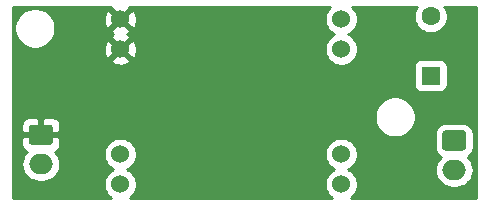
<source format=gbr>
G04 #@! TF.GenerationSoftware,KiCad,Pcbnew,5.1.5-52549c5~84~ubuntu18.04.1*
G04 #@! TF.CreationDate,2020-02-24T15:44:40+01:00*
G04 #@! TF.ProjectId,osat_dcdc_board,6f736174-5f64-4636-9463-5f626f617264,rev?*
G04 #@! TF.SameCoordinates,Original*
G04 #@! TF.FileFunction,Copper,L1,Top*
G04 #@! TF.FilePolarity,Positive*
%FSLAX46Y46*%
G04 Gerber Fmt 4.6, Leading zero omitted, Abs format (unit mm)*
G04 Created by KiCad (PCBNEW 5.1.5-52549c5~84~ubuntu18.04.1) date 2020-02-24 15:44:40*
%MOMM*%
%LPD*%
G04 APERTURE LIST*
%ADD10C,0.100000*%
%ADD11O,2.000000X1.700000*%
%ADD12C,1.524000*%
%ADD13R,1.600000X1.600000*%
%ADD14C,1.600000*%
%ADD15C,0.500000*%
%ADD16C,0.254000*%
G04 APERTURE END LIST*
G04 #@! TA.AperFunction,ComponentPad*
D10*
G36*
X125774504Y-109151204D02*
G01*
X125798773Y-109154804D01*
X125822571Y-109160765D01*
X125845671Y-109169030D01*
X125867849Y-109179520D01*
X125888893Y-109192133D01*
X125908598Y-109206747D01*
X125926777Y-109223223D01*
X125943253Y-109241402D01*
X125957867Y-109261107D01*
X125970480Y-109282151D01*
X125980970Y-109304329D01*
X125989235Y-109327429D01*
X125995196Y-109351227D01*
X125998796Y-109375496D01*
X126000000Y-109400000D01*
X126000000Y-110600000D01*
X125998796Y-110624504D01*
X125995196Y-110648773D01*
X125989235Y-110672571D01*
X125980970Y-110695671D01*
X125970480Y-110717849D01*
X125957867Y-110738893D01*
X125943253Y-110758598D01*
X125926777Y-110776777D01*
X125908598Y-110793253D01*
X125888893Y-110807867D01*
X125867849Y-110820480D01*
X125845671Y-110830970D01*
X125822571Y-110839235D01*
X125798773Y-110845196D01*
X125774504Y-110848796D01*
X125750000Y-110850000D01*
X124250000Y-110850000D01*
X124225496Y-110848796D01*
X124201227Y-110845196D01*
X124177429Y-110839235D01*
X124154329Y-110830970D01*
X124132151Y-110820480D01*
X124111107Y-110807867D01*
X124091402Y-110793253D01*
X124073223Y-110776777D01*
X124056747Y-110758598D01*
X124042133Y-110738893D01*
X124029520Y-110717849D01*
X124019030Y-110695671D01*
X124010765Y-110672571D01*
X124004804Y-110648773D01*
X124001204Y-110624504D01*
X124000000Y-110600000D01*
X124000000Y-109400000D01*
X124001204Y-109375496D01*
X124004804Y-109351227D01*
X124010765Y-109327429D01*
X124019030Y-109304329D01*
X124029520Y-109282151D01*
X124042133Y-109261107D01*
X124056747Y-109241402D01*
X124073223Y-109223223D01*
X124091402Y-109206747D01*
X124111107Y-109192133D01*
X124132151Y-109179520D01*
X124154329Y-109169030D01*
X124177429Y-109160765D01*
X124201227Y-109154804D01*
X124225496Y-109151204D01*
X124250000Y-109150000D01*
X125750000Y-109150000D01*
X125774504Y-109151204D01*
G37*
G04 #@! TD.AperFunction*
D11*
X125000000Y-112500000D03*
X160000000Y-113000000D03*
G04 #@! TA.AperFunction,ComponentPad*
D10*
G36*
X160774504Y-109651204D02*
G01*
X160798773Y-109654804D01*
X160822571Y-109660765D01*
X160845671Y-109669030D01*
X160867849Y-109679520D01*
X160888893Y-109692133D01*
X160908598Y-109706747D01*
X160926777Y-109723223D01*
X160943253Y-109741402D01*
X160957867Y-109761107D01*
X160970480Y-109782151D01*
X160980970Y-109804329D01*
X160989235Y-109827429D01*
X160995196Y-109851227D01*
X160998796Y-109875496D01*
X161000000Y-109900000D01*
X161000000Y-111100000D01*
X160998796Y-111124504D01*
X160995196Y-111148773D01*
X160989235Y-111172571D01*
X160980970Y-111195671D01*
X160970480Y-111217849D01*
X160957867Y-111238893D01*
X160943253Y-111258598D01*
X160926777Y-111276777D01*
X160908598Y-111293253D01*
X160888893Y-111307867D01*
X160867849Y-111320480D01*
X160845671Y-111330970D01*
X160822571Y-111339235D01*
X160798773Y-111345196D01*
X160774504Y-111348796D01*
X160750000Y-111350000D01*
X159250000Y-111350000D01*
X159225496Y-111348796D01*
X159201227Y-111345196D01*
X159177429Y-111339235D01*
X159154329Y-111330970D01*
X159132151Y-111320480D01*
X159111107Y-111307867D01*
X159091402Y-111293253D01*
X159073223Y-111276777D01*
X159056747Y-111258598D01*
X159042133Y-111238893D01*
X159029520Y-111217849D01*
X159019030Y-111195671D01*
X159010765Y-111172571D01*
X159004804Y-111148773D01*
X159001204Y-111124504D01*
X159000000Y-111100000D01*
X159000000Y-109900000D01*
X159001204Y-109875496D01*
X159004804Y-109851227D01*
X159010765Y-109827429D01*
X159019030Y-109804329D01*
X159029520Y-109782151D01*
X159042133Y-109761107D01*
X159056747Y-109741402D01*
X159073223Y-109723223D01*
X159091402Y-109706747D01*
X159111107Y-109692133D01*
X159132151Y-109679520D01*
X159154329Y-109669030D01*
X159177429Y-109660765D01*
X159201227Y-109654804D01*
X159225496Y-109651204D01*
X159250000Y-109650000D01*
X160750000Y-109650000D01*
X160774504Y-109651204D01*
G37*
G04 #@! TD.AperFunction*
D12*
X131731962Y-100220001D03*
X131731962Y-102760001D03*
X131731962Y-111660001D03*
X131731962Y-114200001D03*
X150431962Y-100220001D03*
X150431962Y-102760001D03*
X150431962Y-111660001D03*
X150431962Y-114200001D03*
D13*
X158000000Y-105000000D03*
D14*
X158000000Y-100000000D03*
D15*
X150651963Y-100000000D02*
X150431962Y-100220001D01*
D16*
G36*
X130946002Y-99254436D02*
G01*
X131731962Y-100040396D01*
X132517922Y-99254436D01*
X132491576Y-99160000D01*
X149516308Y-99160000D01*
X149346842Y-99329466D01*
X149193957Y-99558274D01*
X149088648Y-99812511D01*
X149034962Y-100082409D01*
X149034962Y-100357593D01*
X149088648Y-100627491D01*
X149193957Y-100881728D01*
X149346842Y-101110536D01*
X149541427Y-101305121D01*
X149770235Y-101458006D01*
X149847477Y-101490001D01*
X149770235Y-101521996D01*
X149541427Y-101674881D01*
X149346842Y-101869466D01*
X149193957Y-102098274D01*
X149088648Y-102352511D01*
X149034962Y-102622409D01*
X149034962Y-102897593D01*
X149088648Y-103167491D01*
X149193957Y-103421728D01*
X149346842Y-103650536D01*
X149541427Y-103845121D01*
X149770235Y-103998006D01*
X150024472Y-104103315D01*
X150294370Y-104157001D01*
X150569554Y-104157001D01*
X150839452Y-104103315D01*
X151093689Y-103998006D01*
X151322497Y-103845121D01*
X151517082Y-103650536D01*
X151669967Y-103421728D01*
X151775276Y-103167491D01*
X151828962Y-102897593D01*
X151828962Y-102622409D01*
X151775276Y-102352511D01*
X151669967Y-102098274D01*
X151517082Y-101869466D01*
X151322497Y-101674881D01*
X151093689Y-101521996D01*
X151016447Y-101490001D01*
X151093689Y-101458006D01*
X151322497Y-101305121D01*
X151517082Y-101110536D01*
X151669967Y-100881728D01*
X151775276Y-100627491D01*
X151828962Y-100357593D01*
X151828962Y-100082409D01*
X151775276Y-99812511D01*
X151669967Y-99558274D01*
X151517082Y-99329466D01*
X151347616Y-99160000D01*
X156835411Y-99160000D01*
X156728320Y-99320273D01*
X156620147Y-99581426D01*
X156565000Y-99858665D01*
X156565000Y-100141335D01*
X156620147Y-100418574D01*
X156728320Y-100679727D01*
X156885363Y-100914759D01*
X157085241Y-101114637D01*
X157320273Y-101271680D01*
X157581426Y-101379853D01*
X157858665Y-101435000D01*
X158141335Y-101435000D01*
X158418574Y-101379853D01*
X158679727Y-101271680D01*
X158914759Y-101114637D01*
X159114637Y-100914759D01*
X159271680Y-100679727D01*
X159379853Y-100418574D01*
X159435000Y-100141335D01*
X159435000Y-99858665D01*
X159379853Y-99581426D01*
X159271680Y-99320273D01*
X159164589Y-99160000D01*
X161840000Y-99160000D01*
X161840001Y-115340000D01*
X151240365Y-115340000D01*
X151322497Y-115285121D01*
X151517082Y-115090536D01*
X151669967Y-114861728D01*
X151775276Y-114607491D01*
X151828962Y-114337593D01*
X151828962Y-114062409D01*
X151775276Y-113792511D01*
X151669967Y-113538274D01*
X151517082Y-113309466D01*
X151322497Y-113114881D01*
X151150566Y-113000000D01*
X158357815Y-113000000D01*
X158386487Y-113291111D01*
X158471401Y-113571034D01*
X158609294Y-113829014D01*
X158794866Y-114055134D01*
X159020986Y-114240706D01*
X159278966Y-114378599D01*
X159558889Y-114463513D01*
X159777050Y-114485000D01*
X160222950Y-114485000D01*
X160441111Y-114463513D01*
X160721034Y-114378599D01*
X160979014Y-114240706D01*
X161205134Y-114055134D01*
X161390706Y-113829014D01*
X161528599Y-113571034D01*
X161613513Y-113291111D01*
X161642185Y-113000000D01*
X161613513Y-112708889D01*
X161528599Y-112428966D01*
X161390706Y-112170986D01*
X161205134Y-111944866D01*
X161141663Y-111892777D01*
X161243386Y-111838405D01*
X161377962Y-111727962D01*
X161488405Y-111593386D01*
X161570472Y-111439850D01*
X161621008Y-111273254D01*
X161638072Y-111100000D01*
X161638072Y-109900000D01*
X161621008Y-109726746D01*
X161570472Y-109560150D01*
X161488405Y-109406614D01*
X161377962Y-109272038D01*
X161243386Y-109161595D01*
X161089850Y-109079528D01*
X160923254Y-109028992D01*
X160750000Y-109011928D01*
X159250000Y-109011928D01*
X159076746Y-109028992D01*
X158910150Y-109079528D01*
X158756614Y-109161595D01*
X158622038Y-109272038D01*
X158511595Y-109406614D01*
X158429528Y-109560150D01*
X158378992Y-109726746D01*
X158361928Y-109900000D01*
X158361928Y-111100000D01*
X158378992Y-111273254D01*
X158429528Y-111439850D01*
X158511595Y-111593386D01*
X158622038Y-111727962D01*
X158756614Y-111838405D01*
X158858337Y-111892777D01*
X158794866Y-111944866D01*
X158609294Y-112170986D01*
X158471401Y-112428966D01*
X158386487Y-112708889D01*
X158357815Y-113000000D01*
X151150566Y-113000000D01*
X151093689Y-112961996D01*
X151016447Y-112930001D01*
X151093689Y-112898006D01*
X151322497Y-112745121D01*
X151517082Y-112550536D01*
X151669967Y-112321728D01*
X151775276Y-112067491D01*
X151828962Y-111797593D01*
X151828962Y-111522409D01*
X151775276Y-111252511D01*
X151669967Y-110998274D01*
X151517082Y-110769466D01*
X151322497Y-110574881D01*
X151093689Y-110421996D01*
X150839452Y-110316687D01*
X150569554Y-110263001D01*
X150294370Y-110263001D01*
X150024472Y-110316687D01*
X149770235Y-110421996D01*
X149541427Y-110574881D01*
X149346842Y-110769466D01*
X149193957Y-110998274D01*
X149088648Y-111252511D01*
X149034962Y-111522409D01*
X149034962Y-111797593D01*
X149088648Y-112067491D01*
X149193957Y-112321728D01*
X149346842Y-112550536D01*
X149541427Y-112745121D01*
X149770235Y-112898006D01*
X149847477Y-112930001D01*
X149770235Y-112961996D01*
X149541427Y-113114881D01*
X149346842Y-113309466D01*
X149193957Y-113538274D01*
X149088648Y-113792511D01*
X149034962Y-114062409D01*
X149034962Y-114337593D01*
X149088648Y-114607491D01*
X149193957Y-114861728D01*
X149346842Y-115090536D01*
X149541427Y-115285121D01*
X149623559Y-115340000D01*
X132540365Y-115340000D01*
X132622497Y-115285121D01*
X132817082Y-115090536D01*
X132969967Y-114861728D01*
X133075276Y-114607491D01*
X133128962Y-114337593D01*
X133128962Y-114062409D01*
X133075276Y-113792511D01*
X132969967Y-113538274D01*
X132817082Y-113309466D01*
X132622497Y-113114881D01*
X132393689Y-112961996D01*
X132316447Y-112930001D01*
X132393689Y-112898006D01*
X132622497Y-112745121D01*
X132817082Y-112550536D01*
X132969967Y-112321728D01*
X133075276Y-112067491D01*
X133128962Y-111797593D01*
X133128962Y-111522409D01*
X133075276Y-111252511D01*
X132969967Y-110998274D01*
X132817082Y-110769466D01*
X132622497Y-110574881D01*
X132393689Y-110421996D01*
X132139452Y-110316687D01*
X131869554Y-110263001D01*
X131594370Y-110263001D01*
X131324472Y-110316687D01*
X131070235Y-110421996D01*
X130841427Y-110574881D01*
X130646842Y-110769466D01*
X130493957Y-110998274D01*
X130388648Y-111252511D01*
X130334962Y-111522409D01*
X130334962Y-111797593D01*
X130388648Y-112067491D01*
X130493957Y-112321728D01*
X130646842Y-112550536D01*
X130841427Y-112745121D01*
X131070235Y-112898006D01*
X131147477Y-112930001D01*
X131070235Y-112961996D01*
X130841427Y-113114881D01*
X130646842Y-113309466D01*
X130493957Y-113538274D01*
X130388648Y-113792511D01*
X130334962Y-114062409D01*
X130334962Y-114337593D01*
X130388648Y-114607491D01*
X130493957Y-114861728D01*
X130646842Y-115090536D01*
X130841427Y-115285121D01*
X130923559Y-115340000D01*
X122660000Y-115340000D01*
X122660000Y-112500000D01*
X123357815Y-112500000D01*
X123386487Y-112791111D01*
X123471401Y-113071034D01*
X123609294Y-113329014D01*
X123794866Y-113555134D01*
X124020986Y-113740706D01*
X124278966Y-113878599D01*
X124558889Y-113963513D01*
X124777050Y-113985000D01*
X125222950Y-113985000D01*
X125441111Y-113963513D01*
X125721034Y-113878599D01*
X125979014Y-113740706D01*
X126205134Y-113555134D01*
X126390706Y-113329014D01*
X126528599Y-113071034D01*
X126613513Y-112791111D01*
X126642185Y-112500000D01*
X126613513Y-112208889D01*
X126528599Y-111928966D01*
X126390706Y-111670986D01*
X126209392Y-111450055D01*
X126244180Y-111439502D01*
X126354494Y-111380537D01*
X126451185Y-111301185D01*
X126530537Y-111204494D01*
X126589502Y-111094180D01*
X126625812Y-110974482D01*
X126638072Y-110850000D01*
X126635000Y-110285750D01*
X126476250Y-110127000D01*
X125127000Y-110127000D01*
X125127000Y-110147000D01*
X124873000Y-110147000D01*
X124873000Y-110127000D01*
X123523750Y-110127000D01*
X123365000Y-110285750D01*
X123361928Y-110850000D01*
X123374188Y-110974482D01*
X123410498Y-111094180D01*
X123469463Y-111204494D01*
X123548815Y-111301185D01*
X123645506Y-111380537D01*
X123755820Y-111439502D01*
X123790608Y-111450055D01*
X123609294Y-111670986D01*
X123471401Y-111928966D01*
X123386487Y-112208889D01*
X123357815Y-112500000D01*
X122660000Y-112500000D01*
X122660000Y-109150000D01*
X123361928Y-109150000D01*
X123365000Y-109714250D01*
X123523750Y-109873000D01*
X124873000Y-109873000D01*
X124873000Y-108673750D01*
X125127000Y-108673750D01*
X125127000Y-109873000D01*
X126476250Y-109873000D01*
X126635000Y-109714250D01*
X126638072Y-109150000D01*
X126625812Y-109025518D01*
X126589502Y-108905820D01*
X126530537Y-108795506D01*
X126451185Y-108698815D01*
X126354494Y-108619463D01*
X126244180Y-108560498D01*
X126124482Y-108524188D01*
X126000000Y-108511928D01*
X125285750Y-108515000D01*
X125127000Y-108673750D01*
X124873000Y-108673750D01*
X124714250Y-108515000D01*
X124000000Y-108511928D01*
X123875518Y-108524188D01*
X123755820Y-108560498D01*
X123645506Y-108619463D01*
X123548815Y-108698815D01*
X123469463Y-108795506D01*
X123410498Y-108905820D01*
X123374188Y-109025518D01*
X123361928Y-109150000D01*
X122660000Y-109150000D01*
X122660000Y-108329117D01*
X153265000Y-108329117D01*
X153265000Y-108670883D01*
X153331675Y-109006081D01*
X153462463Y-109321831D01*
X153652337Y-109605998D01*
X153894002Y-109847663D01*
X154178169Y-110037537D01*
X154493919Y-110168325D01*
X154829117Y-110235000D01*
X155170883Y-110235000D01*
X155506081Y-110168325D01*
X155821831Y-110037537D01*
X156105998Y-109847663D01*
X156347663Y-109605998D01*
X156537537Y-109321831D01*
X156668325Y-109006081D01*
X156735000Y-108670883D01*
X156735000Y-108329117D01*
X156668325Y-107993919D01*
X156537537Y-107678169D01*
X156347663Y-107394002D01*
X156105998Y-107152337D01*
X155821831Y-106962463D01*
X155506081Y-106831675D01*
X155170883Y-106765000D01*
X154829117Y-106765000D01*
X154493919Y-106831675D01*
X154178169Y-106962463D01*
X153894002Y-107152337D01*
X153652337Y-107394002D01*
X153462463Y-107678169D01*
X153331675Y-107993919D01*
X153265000Y-108329117D01*
X122660000Y-108329117D01*
X122660000Y-104200000D01*
X156561928Y-104200000D01*
X156561928Y-105800000D01*
X156574188Y-105924482D01*
X156610498Y-106044180D01*
X156669463Y-106154494D01*
X156748815Y-106251185D01*
X156845506Y-106330537D01*
X156955820Y-106389502D01*
X157075518Y-106425812D01*
X157200000Y-106438072D01*
X158800000Y-106438072D01*
X158924482Y-106425812D01*
X159044180Y-106389502D01*
X159154494Y-106330537D01*
X159251185Y-106251185D01*
X159330537Y-106154494D01*
X159389502Y-106044180D01*
X159425812Y-105924482D01*
X159438072Y-105800000D01*
X159438072Y-104200000D01*
X159425812Y-104075518D01*
X159389502Y-103955820D01*
X159330537Y-103845506D01*
X159251185Y-103748815D01*
X159154494Y-103669463D01*
X159044180Y-103610498D01*
X158924482Y-103574188D01*
X158800000Y-103561928D01*
X157200000Y-103561928D01*
X157075518Y-103574188D01*
X156955820Y-103610498D01*
X156845506Y-103669463D01*
X156748815Y-103748815D01*
X156669463Y-103845506D01*
X156610498Y-103955820D01*
X156574188Y-104075518D01*
X156561928Y-104200000D01*
X122660000Y-104200000D01*
X122660000Y-103725566D01*
X130946002Y-103725566D01*
X131012982Y-103965657D01*
X131262010Y-104082757D01*
X131529097Y-104149024D01*
X131803979Y-104161911D01*
X132076095Y-104120923D01*
X132334985Y-104027637D01*
X132450942Y-103965657D01*
X132517922Y-103725566D01*
X131731962Y-102939606D01*
X130946002Y-103725566D01*
X122660000Y-103725566D01*
X122660000Y-102832018D01*
X130330052Y-102832018D01*
X130371040Y-103104134D01*
X130464326Y-103363024D01*
X130526306Y-103478981D01*
X130766397Y-103545961D01*
X131552357Y-102760001D01*
X131911567Y-102760001D01*
X132697527Y-103545961D01*
X132937618Y-103478981D01*
X133054718Y-103229953D01*
X133120985Y-102962866D01*
X133133872Y-102687984D01*
X133092884Y-102415868D01*
X132999598Y-102156978D01*
X132937618Y-102041021D01*
X132697527Y-101974041D01*
X131911567Y-102760001D01*
X131552357Y-102760001D01*
X130766397Y-101974041D01*
X130526306Y-102041021D01*
X130409206Y-102290049D01*
X130342939Y-102557136D01*
X130330052Y-102832018D01*
X122660000Y-102832018D01*
X122660000Y-100829117D01*
X122765000Y-100829117D01*
X122765000Y-101170883D01*
X122831675Y-101506081D01*
X122962463Y-101821831D01*
X123152337Y-102105998D01*
X123394002Y-102347663D01*
X123678169Y-102537537D01*
X123993919Y-102668325D01*
X124329117Y-102735000D01*
X124670883Y-102735000D01*
X125006081Y-102668325D01*
X125321831Y-102537537D01*
X125605998Y-102347663D01*
X125847663Y-102105998D01*
X126037537Y-101821831D01*
X126168325Y-101506081D01*
X126232079Y-101185566D01*
X130946002Y-101185566D01*
X131012982Y-101425657D01*
X131143606Y-101487080D01*
X131128939Y-101492365D01*
X131012982Y-101554345D01*
X130946002Y-101794436D01*
X131731962Y-102580396D01*
X132517922Y-101794436D01*
X132450942Y-101554345D01*
X132320318Y-101492922D01*
X132334985Y-101487637D01*
X132450942Y-101425657D01*
X132517922Y-101185566D01*
X131731962Y-100399606D01*
X130946002Y-101185566D01*
X126232079Y-101185566D01*
X126235000Y-101170883D01*
X126235000Y-100829117D01*
X126168325Y-100493919D01*
X126084695Y-100292018D01*
X130330052Y-100292018D01*
X130371040Y-100564134D01*
X130464326Y-100823024D01*
X130526306Y-100938981D01*
X130766397Y-101005961D01*
X131552357Y-100220001D01*
X131911567Y-100220001D01*
X132697527Y-101005961D01*
X132937618Y-100938981D01*
X133054718Y-100689953D01*
X133120985Y-100422866D01*
X133133872Y-100147984D01*
X133092884Y-99875868D01*
X132999598Y-99616978D01*
X132937618Y-99501021D01*
X132697527Y-99434041D01*
X131911567Y-100220001D01*
X131552357Y-100220001D01*
X130766397Y-99434041D01*
X130526306Y-99501021D01*
X130409206Y-99750049D01*
X130342939Y-100017136D01*
X130330052Y-100292018D01*
X126084695Y-100292018D01*
X126037537Y-100178169D01*
X125847663Y-99894002D01*
X125605998Y-99652337D01*
X125321831Y-99462463D01*
X125006081Y-99331675D01*
X124670883Y-99265000D01*
X124329117Y-99265000D01*
X123993919Y-99331675D01*
X123678169Y-99462463D01*
X123394002Y-99652337D01*
X123152337Y-99894002D01*
X122962463Y-100178169D01*
X122831675Y-100493919D01*
X122765000Y-100829117D01*
X122660000Y-100829117D01*
X122660000Y-99160000D01*
X130972348Y-99160000D01*
X130946002Y-99254436D01*
G37*
X130946002Y-99254436D02*
X131731962Y-100040396D01*
X132517922Y-99254436D01*
X132491576Y-99160000D01*
X149516308Y-99160000D01*
X149346842Y-99329466D01*
X149193957Y-99558274D01*
X149088648Y-99812511D01*
X149034962Y-100082409D01*
X149034962Y-100357593D01*
X149088648Y-100627491D01*
X149193957Y-100881728D01*
X149346842Y-101110536D01*
X149541427Y-101305121D01*
X149770235Y-101458006D01*
X149847477Y-101490001D01*
X149770235Y-101521996D01*
X149541427Y-101674881D01*
X149346842Y-101869466D01*
X149193957Y-102098274D01*
X149088648Y-102352511D01*
X149034962Y-102622409D01*
X149034962Y-102897593D01*
X149088648Y-103167491D01*
X149193957Y-103421728D01*
X149346842Y-103650536D01*
X149541427Y-103845121D01*
X149770235Y-103998006D01*
X150024472Y-104103315D01*
X150294370Y-104157001D01*
X150569554Y-104157001D01*
X150839452Y-104103315D01*
X151093689Y-103998006D01*
X151322497Y-103845121D01*
X151517082Y-103650536D01*
X151669967Y-103421728D01*
X151775276Y-103167491D01*
X151828962Y-102897593D01*
X151828962Y-102622409D01*
X151775276Y-102352511D01*
X151669967Y-102098274D01*
X151517082Y-101869466D01*
X151322497Y-101674881D01*
X151093689Y-101521996D01*
X151016447Y-101490001D01*
X151093689Y-101458006D01*
X151322497Y-101305121D01*
X151517082Y-101110536D01*
X151669967Y-100881728D01*
X151775276Y-100627491D01*
X151828962Y-100357593D01*
X151828962Y-100082409D01*
X151775276Y-99812511D01*
X151669967Y-99558274D01*
X151517082Y-99329466D01*
X151347616Y-99160000D01*
X156835411Y-99160000D01*
X156728320Y-99320273D01*
X156620147Y-99581426D01*
X156565000Y-99858665D01*
X156565000Y-100141335D01*
X156620147Y-100418574D01*
X156728320Y-100679727D01*
X156885363Y-100914759D01*
X157085241Y-101114637D01*
X157320273Y-101271680D01*
X157581426Y-101379853D01*
X157858665Y-101435000D01*
X158141335Y-101435000D01*
X158418574Y-101379853D01*
X158679727Y-101271680D01*
X158914759Y-101114637D01*
X159114637Y-100914759D01*
X159271680Y-100679727D01*
X159379853Y-100418574D01*
X159435000Y-100141335D01*
X159435000Y-99858665D01*
X159379853Y-99581426D01*
X159271680Y-99320273D01*
X159164589Y-99160000D01*
X161840000Y-99160000D01*
X161840001Y-115340000D01*
X151240365Y-115340000D01*
X151322497Y-115285121D01*
X151517082Y-115090536D01*
X151669967Y-114861728D01*
X151775276Y-114607491D01*
X151828962Y-114337593D01*
X151828962Y-114062409D01*
X151775276Y-113792511D01*
X151669967Y-113538274D01*
X151517082Y-113309466D01*
X151322497Y-113114881D01*
X151150566Y-113000000D01*
X158357815Y-113000000D01*
X158386487Y-113291111D01*
X158471401Y-113571034D01*
X158609294Y-113829014D01*
X158794866Y-114055134D01*
X159020986Y-114240706D01*
X159278966Y-114378599D01*
X159558889Y-114463513D01*
X159777050Y-114485000D01*
X160222950Y-114485000D01*
X160441111Y-114463513D01*
X160721034Y-114378599D01*
X160979014Y-114240706D01*
X161205134Y-114055134D01*
X161390706Y-113829014D01*
X161528599Y-113571034D01*
X161613513Y-113291111D01*
X161642185Y-113000000D01*
X161613513Y-112708889D01*
X161528599Y-112428966D01*
X161390706Y-112170986D01*
X161205134Y-111944866D01*
X161141663Y-111892777D01*
X161243386Y-111838405D01*
X161377962Y-111727962D01*
X161488405Y-111593386D01*
X161570472Y-111439850D01*
X161621008Y-111273254D01*
X161638072Y-111100000D01*
X161638072Y-109900000D01*
X161621008Y-109726746D01*
X161570472Y-109560150D01*
X161488405Y-109406614D01*
X161377962Y-109272038D01*
X161243386Y-109161595D01*
X161089850Y-109079528D01*
X160923254Y-109028992D01*
X160750000Y-109011928D01*
X159250000Y-109011928D01*
X159076746Y-109028992D01*
X158910150Y-109079528D01*
X158756614Y-109161595D01*
X158622038Y-109272038D01*
X158511595Y-109406614D01*
X158429528Y-109560150D01*
X158378992Y-109726746D01*
X158361928Y-109900000D01*
X158361928Y-111100000D01*
X158378992Y-111273254D01*
X158429528Y-111439850D01*
X158511595Y-111593386D01*
X158622038Y-111727962D01*
X158756614Y-111838405D01*
X158858337Y-111892777D01*
X158794866Y-111944866D01*
X158609294Y-112170986D01*
X158471401Y-112428966D01*
X158386487Y-112708889D01*
X158357815Y-113000000D01*
X151150566Y-113000000D01*
X151093689Y-112961996D01*
X151016447Y-112930001D01*
X151093689Y-112898006D01*
X151322497Y-112745121D01*
X151517082Y-112550536D01*
X151669967Y-112321728D01*
X151775276Y-112067491D01*
X151828962Y-111797593D01*
X151828962Y-111522409D01*
X151775276Y-111252511D01*
X151669967Y-110998274D01*
X151517082Y-110769466D01*
X151322497Y-110574881D01*
X151093689Y-110421996D01*
X150839452Y-110316687D01*
X150569554Y-110263001D01*
X150294370Y-110263001D01*
X150024472Y-110316687D01*
X149770235Y-110421996D01*
X149541427Y-110574881D01*
X149346842Y-110769466D01*
X149193957Y-110998274D01*
X149088648Y-111252511D01*
X149034962Y-111522409D01*
X149034962Y-111797593D01*
X149088648Y-112067491D01*
X149193957Y-112321728D01*
X149346842Y-112550536D01*
X149541427Y-112745121D01*
X149770235Y-112898006D01*
X149847477Y-112930001D01*
X149770235Y-112961996D01*
X149541427Y-113114881D01*
X149346842Y-113309466D01*
X149193957Y-113538274D01*
X149088648Y-113792511D01*
X149034962Y-114062409D01*
X149034962Y-114337593D01*
X149088648Y-114607491D01*
X149193957Y-114861728D01*
X149346842Y-115090536D01*
X149541427Y-115285121D01*
X149623559Y-115340000D01*
X132540365Y-115340000D01*
X132622497Y-115285121D01*
X132817082Y-115090536D01*
X132969967Y-114861728D01*
X133075276Y-114607491D01*
X133128962Y-114337593D01*
X133128962Y-114062409D01*
X133075276Y-113792511D01*
X132969967Y-113538274D01*
X132817082Y-113309466D01*
X132622497Y-113114881D01*
X132393689Y-112961996D01*
X132316447Y-112930001D01*
X132393689Y-112898006D01*
X132622497Y-112745121D01*
X132817082Y-112550536D01*
X132969967Y-112321728D01*
X133075276Y-112067491D01*
X133128962Y-111797593D01*
X133128962Y-111522409D01*
X133075276Y-111252511D01*
X132969967Y-110998274D01*
X132817082Y-110769466D01*
X132622497Y-110574881D01*
X132393689Y-110421996D01*
X132139452Y-110316687D01*
X131869554Y-110263001D01*
X131594370Y-110263001D01*
X131324472Y-110316687D01*
X131070235Y-110421996D01*
X130841427Y-110574881D01*
X130646842Y-110769466D01*
X130493957Y-110998274D01*
X130388648Y-111252511D01*
X130334962Y-111522409D01*
X130334962Y-111797593D01*
X130388648Y-112067491D01*
X130493957Y-112321728D01*
X130646842Y-112550536D01*
X130841427Y-112745121D01*
X131070235Y-112898006D01*
X131147477Y-112930001D01*
X131070235Y-112961996D01*
X130841427Y-113114881D01*
X130646842Y-113309466D01*
X130493957Y-113538274D01*
X130388648Y-113792511D01*
X130334962Y-114062409D01*
X130334962Y-114337593D01*
X130388648Y-114607491D01*
X130493957Y-114861728D01*
X130646842Y-115090536D01*
X130841427Y-115285121D01*
X130923559Y-115340000D01*
X122660000Y-115340000D01*
X122660000Y-112500000D01*
X123357815Y-112500000D01*
X123386487Y-112791111D01*
X123471401Y-113071034D01*
X123609294Y-113329014D01*
X123794866Y-113555134D01*
X124020986Y-113740706D01*
X124278966Y-113878599D01*
X124558889Y-113963513D01*
X124777050Y-113985000D01*
X125222950Y-113985000D01*
X125441111Y-113963513D01*
X125721034Y-113878599D01*
X125979014Y-113740706D01*
X126205134Y-113555134D01*
X126390706Y-113329014D01*
X126528599Y-113071034D01*
X126613513Y-112791111D01*
X126642185Y-112500000D01*
X126613513Y-112208889D01*
X126528599Y-111928966D01*
X126390706Y-111670986D01*
X126209392Y-111450055D01*
X126244180Y-111439502D01*
X126354494Y-111380537D01*
X126451185Y-111301185D01*
X126530537Y-111204494D01*
X126589502Y-111094180D01*
X126625812Y-110974482D01*
X126638072Y-110850000D01*
X126635000Y-110285750D01*
X126476250Y-110127000D01*
X125127000Y-110127000D01*
X125127000Y-110147000D01*
X124873000Y-110147000D01*
X124873000Y-110127000D01*
X123523750Y-110127000D01*
X123365000Y-110285750D01*
X123361928Y-110850000D01*
X123374188Y-110974482D01*
X123410498Y-111094180D01*
X123469463Y-111204494D01*
X123548815Y-111301185D01*
X123645506Y-111380537D01*
X123755820Y-111439502D01*
X123790608Y-111450055D01*
X123609294Y-111670986D01*
X123471401Y-111928966D01*
X123386487Y-112208889D01*
X123357815Y-112500000D01*
X122660000Y-112500000D01*
X122660000Y-109150000D01*
X123361928Y-109150000D01*
X123365000Y-109714250D01*
X123523750Y-109873000D01*
X124873000Y-109873000D01*
X124873000Y-108673750D01*
X125127000Y-108673750D01*
X125127000Y-109873000D01*
X126476250Y-109873000D01*
X126635000Y-109714250D01*
X126638072Y-109150000D01*
X126625812Y-109025518D01*
X126589502Y-108905820D01*
X126530537Y-108795506D01*
X126451185Y-108698815D01*
X126354494Y-108619463D01*
X126244180Y-108560498D01*
X126124482Y-108524188D01*
X126000000Y-108511928D01*
X125285750Y-108515000D01*
X125127000Y-108673750D01*
X124873000Y-108673750D01*
X124714250Y-108515000D01*
X124000000Y-108511928D01*
X123875518Y-108524188D01*
X123755820Y-108560498D01*
X123645506Y-108619463D01*
X123548815Y-108698815D01*
X123469463Y-108795506D01*
X123410498Y-108905820D01*
X123374188Y-109025518D01*
X123361928Y-109150000D01*
X122660000Y-109150000D01*
X122660000Y-108329117D01*
X153265000Y-108329117D01*
X153265000Y-108670883D01*
X153331675Y-109006081D01*
X153462463Y-109321831D01*
X153652337Y-109605998D01*
X153894002Y-109847663D01*
X154178169Y-110037537D01*
X154493919Y-110168325D01*
X154829117Y-110235000D01*
X155170883Y-110235000D01*
X155506081Y-110168325D01*
X155821831Y-110037537D01*
X156105998Y-109847663D01*
X156347663Y-109605998D01*
X156537537Y-109321831D01*
X156668325Y-109006081D01*
X156735000Y-108670883D01*
X156735000Y-108329117D01*
X156668325Y-107993919D01*
X156537537Y-107678169D01*
X156347663Y-107394002D01*
X156105998Y-107152337D01*
X155821831Y-106962463D01*
X155506081Y-106831675D01*
X155170883Y-106765000D01*
X154829117Y-106765000D01*
X154493919Y-106831675D01*
X154178169Y-106962463D01*
X153894002Y-107152337D01*
X153652337Y-107394002D01*
X153462463Y-107678169D01*
X153331675Y-107993919D01*
X153265000Y-108329117D01*
X122660000Y-108329117D01*
X122660000Y-104200000D01*
X156561928Y-104200000D01*
X156561928Y-105800000D01*
X156574188Y-105924482D01*
X156610498Y-106044180D01*
X156669463Y-106154494D01*
X156748815Y-106251185D01*
X156845506Y-106330537D01*
X156955820Y-106389502D01*
X157075518Y-106425812D01*
X157200000Y-106438072D01*
X158800000Y-106438072D01*
X158924482Y-106425812D01*
X159044180Y-106389502D01*
X159154494Y-106330537D01*
X159251185Y-106251185D01*
X159330537Y-106154494D01*
X159389502Y-106044180D01*
X159425812Y-105924482D01*
X159438072Y-105800000D01*
X159438072Y-104200000D01*
X159425812Y-104075518D01*
X159389502Y-103955820D01*
X159330537Y-103845506D01*
X159251185Y-103748815D01*
X159154494Y-103669463D01*
X159044180Y-103610498D01*
X158924482Y-103574188D01*
X158800000Y-103561928D01*
X157200000Y-103561928D01*
X157075518Y-103574188D01*
X156955820Y-103610498D01*
X156845506Y-103669463D01*
X156748815Y-103748815D01*
X156669463Y-103845506D01*
X156610498Y-103955820D01*
X156574188Y-104075518D01*
X156561928Y-104200000D01*
X122660000Y-104200000D01*
X122660000Y-103725566D01*
X130946002Y-103725566D01*
X131012982Y-103965657D01*
X131262010Y-104082757D01*
X131529097Y-104149024D01*
X131803979Y-104161911D01*
X132076095Y-104120923D01*
X132334985Y-104027637D01*
X132450942Y-103965657D01*
X132517922Y-103725566D01*
X131731962Y-102939606D01*
X130946002Y-103725566D01*
X122660000Y-103725566D01*
X122660000Y-102832018D01*
X130330052Y-102832018D01*
X130371040Y-103104134D01*
X130464326Y-103363024D01*
X130526306Y-103478981D01*
X130766397Y-103545961D01*
X131552357Y-102760001D01*
X131911567Y-102760001D01*
X132697527Y-103545961D01*
X132937618Y-103478981D01*
X133054718Y-103229953D01*
X133120985Y-102962866D01*
X133133872Y-102687984D01*
X133092884Y-102415868D01*
X132999598Y-102156978D01*
X132937618Y-102041021D01*
X132697527Y-101974041D01*
X131911567Y-102760001D01*
X131552357Y-102760001D01*
X130766397Y-101974041D01*
X130526306Y-102041021D01*
X130409206Y-102290049D01*
X130342939Y-102557136D01*
X130330052Y-102832018D01*
X122660000Y-102832018D01*
X122660000Y-100829117D01*
X122765000Y-100829117D01*
X122765000Y-101170883D01*
X122831675Y-101506081D01*
X122962463Y-101821831D01*
X123152337Y-102105998D01*
X123394002Y-102347663D01*
X123678169Y-102537537D01*
X123993919Y-102668325D01*
X124329117Y-102735000D01*
X124670883Y-102735000D01*
X125006081Y-102668325D01*
X125321831Y-102537537D01*
X125605998Y-102347663D01*
X125847663Y-102105998D01*
X126037537Y-101821831D01*
X126168325Y-101506081D01*
X126232079Y-101185566D01*
X130946002Y-101185566D01*
X131012982Y-101425657D01*
X131143606Y-101487080D01*
X131128939Y-101492365D01*
X131012982Y-101554345D01*
X130946002Y-101794436D01*
X131731962Y-102580396D01*
X132517922Y-101794436D01*
X132450942Y-101554345D01*
X132320318Y-101492922D01*
X132334985Y-101487637D01*
X132450942Y-101425657D01*
X132517922Y-101185566D01*
X131731962Y-100399606D01*
X130946002Y-101185566D01*
X126232079Y-101185566D01*
X126235000Y-101170883D01*
X126235000Y-100829117D01*
X126168325Y-100493919D01*
X126084695Y-100292018D01*
X130330052Y-100292018D01*
X130371040Y-100564134D01*
X130464326Y-100823024D01*
X130526306Y-100938981D01*
X130766397Y-101005961D01*
X131552357Y-100220001D01*
X131911567Y-100220001D01*
X132697527Y-101005961D01*
X132937618Y-100938981D01*
X133054718Y-100689953D01*
X133120985Y-100422866D01*
X133133872Y-100147984D01*
X133092884Y-99875868D01*
X132999598Y-99616978D01*
X132937618Y-99501021D01*
X132697527Y-99434041D01*
X131911567Y-100220001D01*
X131552357Y-100220001D01*
X130766397Y-99434041D01*
X130526306Y-99501021D01*
X130409206Y-99750049D01*
X130342939Y-100017136D01*
X130330052Y-100292018D01*
X126084695Y-100292018D01*
X126037537Y-100178169D01*
X125847663Y-99894002D01*
X125605998Y-99652337D01*
X125321831Y-99462463D01*
X125006081Y-99331675D01*
X124670883Y-99265000D01*
X124329117Y-99265000D01*
X123993919Y-99331675D01*
X123678169Y-99462463D01*
X123394002Y-99652337D01*
X123152337Y-99894002D01*
X122962463Y-100178169D01*
X122831675Y-100493919D01*
X122765000Y-100829117D01*
X122660000Y-100829117D01*
X122660000Y-99160000D01*
X130972348Y-99160000D01*
X130946002Y-99254436D01*
M02*

</source>
